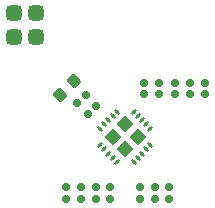
<source format=gbp>
G04*
G04 #@! TF.GenerationSoftware,Altium Limited,Altium Designer,18.1.6 (161)*
G04*
G04 Layer_Color=128*
%FSLAX25Y25*%
%MOIN*%
G70*
G01*
G75*
G04:AMPARAMS|DCode=38|XSize=24.5mil|YSize=26mil|CornerRadius=6.13mil|HoleSize=0mil|Usage=FLASHONLY|Rotation=270.000|XOffset=0mil|YOffset=0mil|HoleType=Round|Shape=RoundedRectangle|*
%AMROUNDEDRECTD38*
21,1,0.02450,0.01375,0,0,270.0*
21,1,0.01225,0.02600,0,0,270.0*
1,1,0.01225,-0.00688,-0.00613*
1,1,0.01225,-0.00688,0.00613*
1,1,0.01225,0.00688,0.00613*
1,1,0.01225,0.00688,-0.00613*
%
%ADD38ROUNDEDRECTD38*%
G04:AMPARAMS|DCode=39|XSize=9.84mil|YSize=23.62mil|CornerRadius=0mil|HoleSize=0mil|Usage=FLASHONLY|Rotation=135.000|XOffset=0mil|YOffset=0mil|HoleType=Round|Shape=Round|*
%AMOVALD39*
21,1,0.01378,0.00984,0.00000,0.00000,225.0*
1,1,0.00984,0.00487,0.00487*
1,1,0.00984,-0.00487,-0.00487*
%
%ADD39OVALD39*%

G04:AMPARAMS|DCode=40|XSize=9.84mil|YSize=23.62mil|CornerRadius=0mil|HoleSize=0mil|Usage=FLASHONLY|Rotation=225.000|XOffset=0mil|YOffset=0mil|HoleType=Round|Shape=Round|*
%AMOVALD40*
21,1,0.01378,0.00984,0.00000,0.00000,315.0*
1,1,0.00984,-0.00487,0.00487*
1,1,0.00984,0.00487,-0.00487*
%
%ADD40OVALD40*%

G04:AMPARAMS|DCode=42|XSize=24.5mil|YSize=26mil|CornerRadius=6.13mil|HoleSize=0mil|Usage=FLASHONLY|Rotation=45.000|XOffset=0mil|YOffset=0mil|HoleType=Round|Shape=RoundedRectangle|*
%AMROUNDEDRECTD42*
21,1,0.02450,0.01375,0,0,45.0*
21,1,0.01225,0.02600,0,0,45.0*
1,1,0.01225,0.00919,-0.00053*
1,1,0.01225,0.00053,-0.00919*
1,1,0.01225,-0.00919,0.00053*
1,1,0.01225,-0.00053,0.00919*
%
%ADD42ROUNDEDRECTD42*%
G04:AMPARAMS|DCode=43|XSize=35mil|YSize=41mil|CornerRadius=8.75mil|HoleSize=0mil|Usage=FLASHONLY|Rotation=225.000|XOffset=0mil|YOffset=0mil|HoleType=Round|Shape=RoundedRectangle|*
%AMROUNDEDRECTD43*
21,1,0.03500,0.02350,0,0,225.0*
21,1,0.01750,0.04100,0,0,225.0*
1,1,0.01750,-0.01450,0.00212*
1,1,0.01750,-0.00212,0.01450*
1,1,0.01750,0.01450,-0.00212*
1,1,0.01750,0.00212,-0.01450*
%
%ADD43ROUNDEDRECTD43*%
G04:AMPARAMS|DCode=44|XSize=51mil|YSize=51mil|CornerRadius=12.75mil|HoleSize=0mil|Usage=FLASHONLY|Rotation=180.000|XOffset=0mil|YOffset=0mil|HoleType=Round|Shape=RoundedRectangle|*
%AMROUNDEDRECTD44*
21,1,0.05100,0.02550,0,0,180.0*
21,1,0.02550,0.05100,0,0,180.0*
1,1,0.02550,-0.01275,0.01275*
1,1,0.02550,0.01275,0.01275*
1,1,0.02550,0.01275,-0.01275*
1,1,0.02550,-0.01275,-0.01275*
%
%ADD44ROUNDEDRECTD44*%
G04:AMPARAMS|DCode=56|XSize=39.37mil|YSize=39.37mil|CornerRadius=0mil|HoleSize=0mil|Usage=FLASHONLY|Rotation=225.000|XOffset=0mil|YOffset=0mil|HoleType=Round|Shape=Rectangle|*
%AMROTATEDRECTD56*
4,1,4,0.00000,0.02784,0.02784,0.00000,0.00000,-0.02784,-0.02784,0.00000,0.00000,0.02784,0.0*
%
%ADD56ROTATEDRECTD56*%

G04:AMPARAMS|DCode=57|XSize=39.37mil|YSize=39.37mil|CornerRadius=0mil|HoleSize=0mil|Usage=FLASHONLY|Rotation=315.000|XOffset=0mil|YOffset=0mil|HoleType=Round|Shape=Rectangle|*
%AMROTATEDRECTD57*
4,1,4,-0.02784,0.00000,0.00000,0.02784,0.02784,0.00000,0.00000,-0.02784,-0.02784,0.00000,0.0*
%
%ADD57ROTATEDRECTD57*%

G04:AMPARAMS|DCode=58|XSize=39.37mil|YSize=39.37mil|CornerRadius=0mil|HoleSize=0mil|Usage=FLASHONLY|Rotation=135.000|XOffset=0mil|YOffset=0mil|HoleType=Round|Shape=Rectangle|*
%AMROTATEDRECTD58*
4,1,4,0.02784,0.00000,0.00000,-0.02784,-0.02784,0.00000,0.00000,0.02784,0.02784,0.00000,0.0*
%
%ADD58ROTATEDRECTD58*%

%ADD59P,0.05568X4X90.0*%
D38*
X-14764Y-20601D02*
D03*
Y-16801D02*
D03*
X-19783D02*
D03*
Y-20601D02*
D03*
X9843Y-16801D02*
D03*
Y-20601D02*
D03*
X-9843Y-16801D02*
D03*
Y-20601D02*
D03*
X-4921Y-16801D02*
D03*
Y-20601D02*
D03*
X4921Y-16801D02*
D03*
Y-20601D02*
D03*
X14764D02*
D03*
Y-16801D02*
D03*
X21661Y18042D02*
D03*
Y14242D02*
D03*
X26772Y18042D02*
D03*
Y14242D02*
D03*
X6299D02*
D03*
Y18042D02*
D03*
X16535Y14242D02*
D03*
Y18042D02*
D03*
X11417D02*
D03*
Y14242D02*
D03*
D39*
X2784Y8352D02*
D03*
X4176Y6960D02*
D03*
X5568Y5568D02*
D03*
X6960Y4176D02*
D03*
X8352Y2784D02*
D03*
X-2784Y-8352D02*
D03*
X-4176Y-6960D02*
D03*
X-5568Y-5568D02*
D03*
X-6960Y-4176D02*
D03*
X-8352Y-2784D02*
D03*
D40*
X8352D02*
D03*
X6960Y-4176D02*
D03*
X5568Y-5568D02*
D03*
X4176Y-6960D02*
D03*
X2784Y-8352D02*
D03*
X-8352Y2784D02*
D03*
X-6960Y4176D02*
D03*
X-5568Y5568D02*
D03*
X-4176Y6960D02*
D03*
X-2784Y8352D02*
D03*
D42*
X-15910Y11255D02*
D03*
X-13223Y13942D02*
D03*
X-12367Y7712D02*
D03*
X-9680Y10399D02*
D03*
D43*
X-17206Y18475D02*
D03*
X-21873Y13808D02*
D03*
D44*
X-37165Y33465D02*
D03*
X-29765D02*
D03*
Y41339D02*
D03*
X-37165D02*
D03*
D56*
X-0Y4175D02*
D03*
D57*
X-4176Y-0D02*
D03*
D58*
X4176Y-0D02*
D03*
D59*
X0Y-4176D02*
D03*
M02*

</source>
